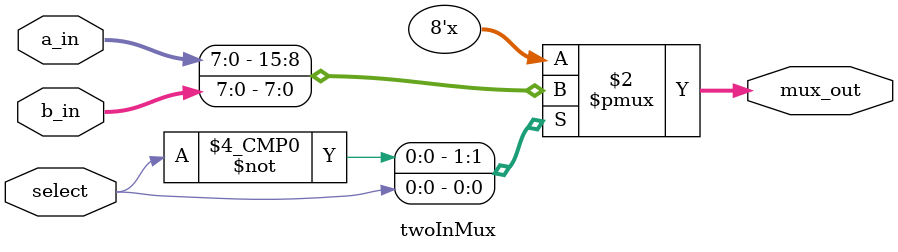
<source format=v>
module twoInMux 
	#(parameter W=8)(input [W-1:0] a_in, input [W-1:0] b_in, output reg [W-1:0] mux_out, input select);

always@(*)
	begin
		case(select)
			1'b0:	mux_out = a_in;
			1'b1: mux_out = b_in;
		endcase
	end

endmodule
</source>
